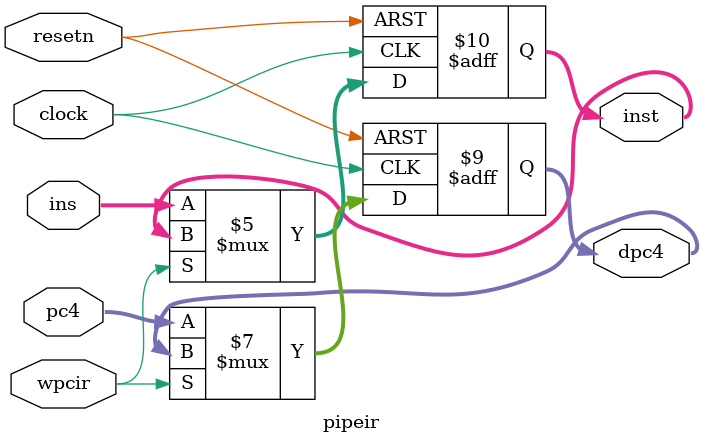
<source format=v>
module pipeir(pc4,ins,wpcir,clock,resetn,dpc4,inst);
	input wpcir, clock, resetn;
	input[31:0] pc4, ins;
	output[31:0] dpc4, inst;
	reg[31:0] dpc4, inst;
	always @ (negedge resetn or posedge clock)
      if (resetn == 0) 
      	begin
          dpc4 <= 0;
    	  inst <= 0;
      	end 
      else if(!wpcir)
      	begin
          dpc4 <= pc4;
    	  inst <= ins;
      	end

    initial
    	begin
    	  dpc4 <= 0;
    	  inst <= 0;
    	end
endmodule
</source>
